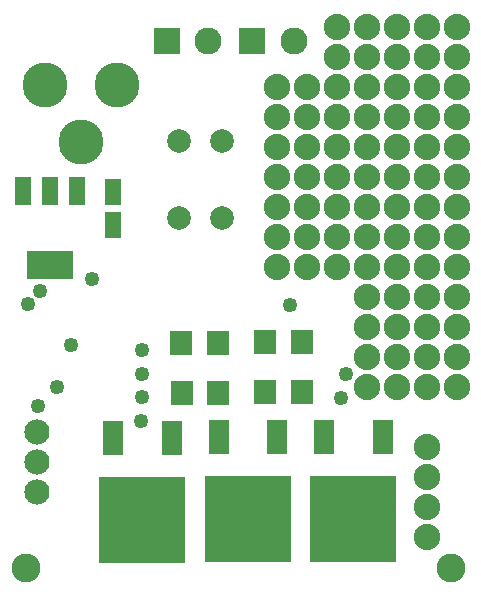
<source format=gts>
G04 MADE WITH FRITZING*
G04 WWW.FRITZING.ORG*
G04 DOUBLE SIDED*
G04 HOLES PLATED*
G04 CONTOUR ON CENTER OF CONTOUR VECTOR*
%ASAXBY*%
%FSLAX23Y23*%
%MOIN*%
%OFA0B0*%
%SFA1.0B1.0*%
%ADD10C,0.078889*%
%ADD11C,0.088000*%
%ADD12C,0.049370*%
%ADD13C,0.096614*%
%ADD14C,0.084000*%
%ADD15C,0.150000*%
%ADD16C,0.090000*%
%ADD17R,0.072992X0.084803*%
%ADD18R,0.057244X0.088740*%
%ADD19R,0.058000X0.098000*%
%ADD20R,0.151732X0.096614*%
%ADD21R,0.090000X0.090000*%
%ADD22R,0.285591X0.285591*%
%ADD23R,0.069055X0.116299*%
%LNMASK1*%
G90*
G70*
G54D10*
X728Y1501D03*
X728Y1245D03*
X584Y1501D03*
X584Y1245D03*
G54D11*
X1111Y1881D03*
X1111Y1781D03*
X1111Y1681D03*
X1111Y1581D03*
X1111Y1481D03*
X1111Y1381D03*
X1111Y1281D03*
X1111Y1181D03*
X1111Y1081D03*
X1111Y1881D03*
X1111Y1781D03*
X1111Y1681D03*
X1111Y1581D03*
X1111Y1481D03*
X1111Y1381D03*
X1111Y1281D03*
X1111Y1181D03*
X1111Y1081D03*
X1011Y1681D03*
X1011Y1581D03*
X1011Y1481D03*
X1011Y1381D03*
X1011Y1281D03*
X1011Y1181D03*
X1011Y1081D03*
X1011Y1681D03*
X1011Y1581D03*
X1011Y1481D03*
X1011Y1381D03*
X1011Y1281D03*
X1011Y1181D03*
X1011Y1081D03*
X911Y1081D03*
X911Y1181D03*
X911Y1281D03*
X911Y1381D03*
X911Y1481D03*
X911Y1581D03*
X911Y1681D03*
X1011Y1681D03*
X1011Y1581D03*
X1011Y1481D03*
X1011Y1381D03*
X1011Y1281D03*
X1011Y1181D03*
X1011Y1081D03*
X1011Y1681D03*
X1011Y1581D03*
X1011Y1481D03*
X1011Y1381D03*
X1011Y1281D03*
X1011Y1181D03*
X1011Y1081D03*
X911Y1081D03*
X911Y1181D03*
X911Y1281D03*
X911Y1381D03*
X911Y1481D03*
X911Y1581D03*
X911Y1681D03*
G54D12*
X1141Y725D03*
X178Y681D03*
X123Y1001D03*
X224Y823D03*
X294Y1041D03*
X114Y620D03*
X83Y959D03*
G54D11*
X1411Y483D03*
X1411Y383D03*
X1411Y283D03*
X1411Y183D03*
G54D12*
X461Y726D03*
X461Y649D03*
X459Y568D03*
X461Y806D03*
G54D13*
X1491Y78D03*
X75Y80D03*
G54D14*
X112Y531D03*
X112Y431D03*
X112Y331D03*
X112Y531D03*
X112Y431D03*
X112Y331D03*
G54D15*
X379Y1690D03*
X139Y1690D03*
X259Y1500D03*
G54D16*
X829Y1835D03*
X967Y1835D03*
X545Y1834D03*
X683Y1834D03*
G54D12*
X1125Y646D03*
X954Y954D03*
G54D11*
X1511Y1881D03*
X1511Y1781D03*
X1511Y1681D03*
X1511Y1581D03*
X1511Y1481D03*
X1511Y1381D03*
X1511Y1281D03*
X1511Y1181D03*
X1511Y1081D03*
X1511Y981D03*
X1511Y881D03*
X1511Y781D03*
X1511Y681D03*
X1511Y1881D03*
X1511Y1781D03*
X1511Y1681D03*
X1511Y1581D03*
X1511Y1481D03*
X1511Y1381D03*
X1511Y1281D03*
X1511Y1181D03*
X1511Y1081D03*
X1511Y981D03*
X1511Y881D03*
X1511Y781D03*
X1511Y681D03*
X1411Y1881D03*
X1411Y1781D03*
X1411Y1681D03*
X1411Y1581D03*
X1411Y1481D03*
X1411Y1381D03*
X1411Y1281D03*
X1411Y1181D03*
X1411Y1081D03*
X1411Y981D03*
X1411Y881D03*
X1411Y781D03*
X1411Y681D03*
X1411Y1881D03*
X1411Y1781D03*
X1411Y1681D03*
X1411Y1581D03*
X1411Y1481D03*
X1411Y1381D03*
X1411Y1281D03*
X1411Y1181D03*
X1411Y1081D03*
X1411Y981D03*
X1411Y881D03*
X1411Y781D03*
X1411Y681D03*
X1311Y681D03*
X1311Y781D03*
X1311Y881D03*
X1311Y981D03*
X1311Y1081D03*
X1311Y1181D03*
X1311Y1281D03*
X1311Y1381D03*
X1311Y1481D03*
X1311Y1581D03*
X1311Y1681D03*
X1311Y1781D03*
X1311Y1881D03*
X1411Y1881D03*
X1411Y1781D03*
X1411Y1681D03*
X1411Y1581D03*
X1411Y1481D03*
X1411Y1381D03*
X1411Y1281D03*
X1411Y1181D03*
X1411Y1081D03*
X1411Y981D03*
X1411Y881D03*
X1411Y781D03*
X1411Y681D03*
X1411Y1881D03*
X1411Y1781D03*
X1411Y1681D03*
X1411Y1581D03*
X1411Y1481D03*
X1411Y1381D03*
X1411Y1281D03*
X1411Y1181D03*
X1411Y1081D03*
X1411Y981D03*
X1411Y881D03*
X1411Y781D03*
X1411Y681D03*
X1311Y681D03*
X1311Y781D03*
X1311Y881D03*
X1311Y981D03*
X1311Y1081D03*
X1311Y1181D03*
X1311Y1281D03*
X1311Y1381D03*
X1311Y1481D03*
X1311Y1581D03*
X1311Y1681D03*
X1311Y1781D03*
X1311Y1881D03*
X1211Y1881D03*
X1211Y1781D03*
X1211Y1681D03*
X1211Y1581D03*
X1211Y1481D03*
X1211Y1381D03*
X1211Y1281D03*
X1211Y1181D03*
X1211Y1081D03*
X1211Y981D03*
X1211Y881D03*
X1211Y781D03*
X1211Y681D03*
X1211Y1881D03*
X1211Y1781D03*
X1211Y1681D03*
X1211Y1581D03*
X1211Y1481D03*
X1211Y1381D03*
X1211Y1281D03*
X1211Y1181D03*
X1211Y1081D03*
X1211Y981D03*
X1211Y881D03*
X1211Y781D03*
X1211Y681D03*
G54D17*
X994Y831D03*
X872Y831D03*
X994Y664D03*
X872Y664D03*
X716Y662D03*
X594Y662D03*
X593Y830D03*
X715Y830D03*
G54D18*
X364Y1222D03*
X364Y1333D03*
G54D19*
X246Y1334D03*
X155Y1334D03*
X64Y1334D03*
G54D20*
X155Y1090D03*
G54D21*
X829Y1835D03*
X545Y1834D03*
G54D22*
X463Y239D03*
G54D23*
X365Y513D03*
X562Y513D03*
G54D22*
X815Y241D03*
G54D23*
X717Y515D03*
X913Y515D03*
G54D22*
X1165Y242D03*
G54D23*
X1067Y516D03*
X1264Y516D03*
G04 End of Mask1*
M02*
</source>
